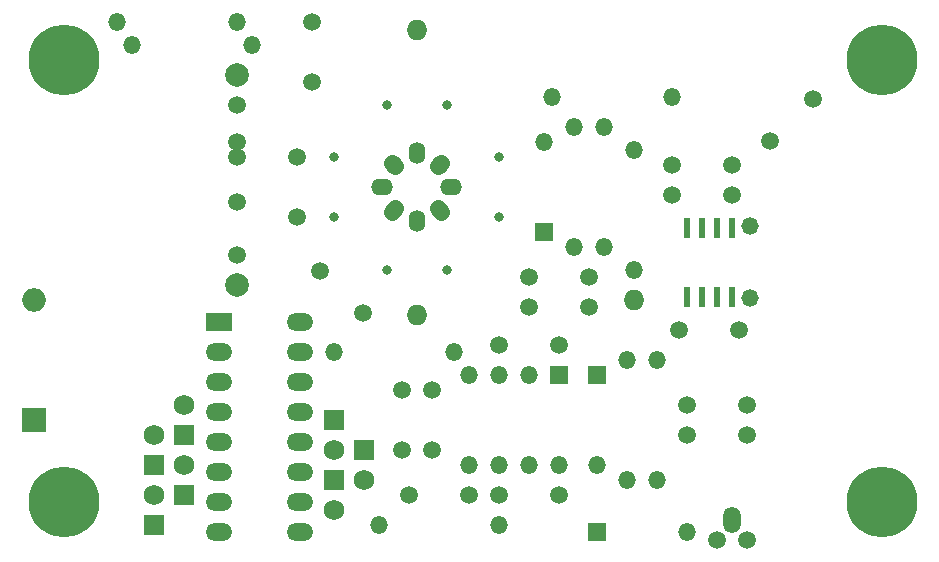
<source format=gts>
G04 (created by PCBNEW (22-Jun-2014 BZR 4027)-stable) date Fri 29 Jun 2018 12:51:00 AM CDT*
%MOIN*%
G04 Gerber Fmt 3.4, Leading zero omitted, Abs format*
%FSLAX34Y34*%
G01*
G70*
G90*
G04 APERTURE LIST*
%ADD10C,0.00590551*%
%ADD11C,0.059*%
%ADD12O,0.059X0.0885*%
%ADD13O,0.059X0.059*%
%ADD14R,0.059X0.059*%
%ADD15C,0.23622*%
%ADD16O,0.069X0.069*%
%ADD17R,0.019X0.07*%
%ADD18O,0.058X0.058*%
%ADD19C,0.056*%
%ADD20O,0.072X0.056*%
%ADD21O,0.056X0.072*%
%ADD22O,0.032X0.032*%
%ADD23R,0.079X0.079*%
%ADD24O,0.079X0.079*%
%ADD25R,0.069X0.069*%
%ADD26C,0.069*%
%ADD27R,0.0885X0.059*%
%ADD28O,0.0885X0.059*%
%ADD29C,0.079*%
G04 APERTURE END LIST*
G54D10*
G54D11*
X95750Y-44250D03*
G54D12*
X96250Y-43602D03*
G54D11*
X96750Y-44250D03*
G54D13*
X92750Y-38250D03*
X92750Y-42250D03*
X93750Y-42250D03*
X93750Y-38250D03*
X83000Y-38000D03*
X87000Y-38000D03*
X91000Y-30500D03*
X91000Y-34500D03*
X88500Y-43750D03*
X84500Y-43750D03*
G54D14*
X90500Y-38750D03*
G54D13*
X89500Y-38750D03*
X88500Y-38750D03*
X87500Y-38750D03*
X87500Y-41750D03*
X88500Y-41750D03*
X90500Y-41750D03*
X89500Y-41750D03*
G54D15*
X101250Y-28250D03*
G54D11*
X94750Y-40750D03*
X96750Y-40750D03*
X91500Y-36500D03*
X89500Y-36500D03*
X85250Y-41250D03*
X85250Y-39250D03*
X86250Y-41250D03*
X86250Y-39250D03*
X88500Y-42750D03*
X90500Y-42750D03*
X82542Y-35292D03*
X83957Y-36707D03*
X81750Y-31500D03*
X81750Y-33500D03*
X96750Y-39750D03*
X94750Y-39750D03*
X90500Y-37750D03*
X88500Y-37750D03*
X87500Y-42750D03*
X85500Y-42750D03*
G54D16*
X85750Y-36750D03*
G54D15*
X74000Y-43000D03*
G54D16*
X85750Y-27250D03*
G54D17*
X96250Y-33850D03*
X95750Y-33850D03*
X95250Y-33850D03*
X94750Y-33850D03*
X94750Y-36150D03*
X95250Y-36150D03*
X95750Y-36150D03*
X96250Y-36150D03*
G54D13*
X90250Y-29500D03*
X94250Y-29500D03*
X92000Y-30500D03*
X92000Y-34500D03*
X93000Y-31250D03*
X93000Y-35250D03*
G54D11*
X94250Y-31750D03*
X96250Y-31750D03*
X96250Y-32750D03*
X94250Y-32750D03*
X96500Y-37250D03*
X94500Y-37250D03*
G54D16*
X93000Y-36250D03*
G54D18*
X96850Y-33800D03*
X96850Y-36200D03*
G54D19*
X85042Y-31792D02*
X84929Y-31679D01*
X86570Y-31679D02*
X86457Y-31792D01*
G54D20*
X86890Y-32500D03*
G54D21*
X85750Y-31359D03*
G54D19*
X86570Y-33320D02*
X86457Y-33207D01*
G54D21*
X85750Y-33640D03*
G54D19*
X85042Y-33207D02*
X84929Y-33320D01*
G54D20*
X84609Y-32500D03*
G54D11*
X91500Y-35500D03*
X89500Y-35500D03*
G54D15*
X74000Y-28250D03*
X101250Y-43000D03*
G54D22*
X84750Y-29750D03*
X86750Y-29750D03*
X88500Y-31500D03*
X88500Y-33500D03*
X83000Y-31500D03*
X83000Y-33500D03*
X84750Y-35250D03*
X86750Y-35250D03*
G54D13*
X79750Y-27000D03*
X75750Y-27000D03*
X76250Y-27750D03*
X80250Y-27750D03*
G54D11*
X82250Y-27000D03*
X82250Y-29000D03*
G54D14*
X91750Y-44000D03*
G54D13*
X94750Y-44000D03*
G54D14*
X90000Y-34000D03*
G54D13*
X90000Y-31000D03*
G54D14*
X91750Y-38750D03*
G54D13*
X91750Y-41750D03*
G54D23*
X73000Y-40250D03*
G54D24*
X73000Y-36250D03*
G54D11*
X97542Y-30957D03*
X98957Y-29542D03*
G54D25*
X83000Y-40250D03*
G54D26*
X83000Y-41250D03*
G54D25*
X84000Y-41250D03*
G54D26*
X84000Y-42250D03*
G54D25*
X83000Y-42250D03*
G54D26*
X83000Y-43250D03*
G54D25*
X77000Y-41750D03*
G54D26*
X77000Y-40750D03*
G54D25*
X78000Y-42750D03*
G54D26*
X78000Y-41750D03*
G54D25*
X77000Y-43750D03*
G54D26*
X77000Y-42750D03*
G54D25*
X78000Y-40750D03*
G54D26*
X78000Y-39750D03*
G54D27*
X79147Y-37000D03*
G54D28*
X79147Y-38000D03*
X79147Y-39000D03*
X79147Y-40000D03*
X81852Y-42000D03*
X81852Y-41000D03*
X81852Y-40000D03*
X81852Y-39000D03*
X79147Y-41000D03*
X79147Y-42000D03*
X79147Y-43000D03*
X81852Y-43000D03*
X81852Y-44000D03*
X81852Y-38000D03*
X79147Y-44000D03*
X81852Y-37000D03*
G54D11*
X79750Y-31000D03*
X79750Y-33000D03*
X79750Y-31500D03*
X79750Y-34750D03*
X79750Y-29750D03*
G54D29*
X79750Y-35750D03*
X79750Y-28750D03*
M02*

</source>
